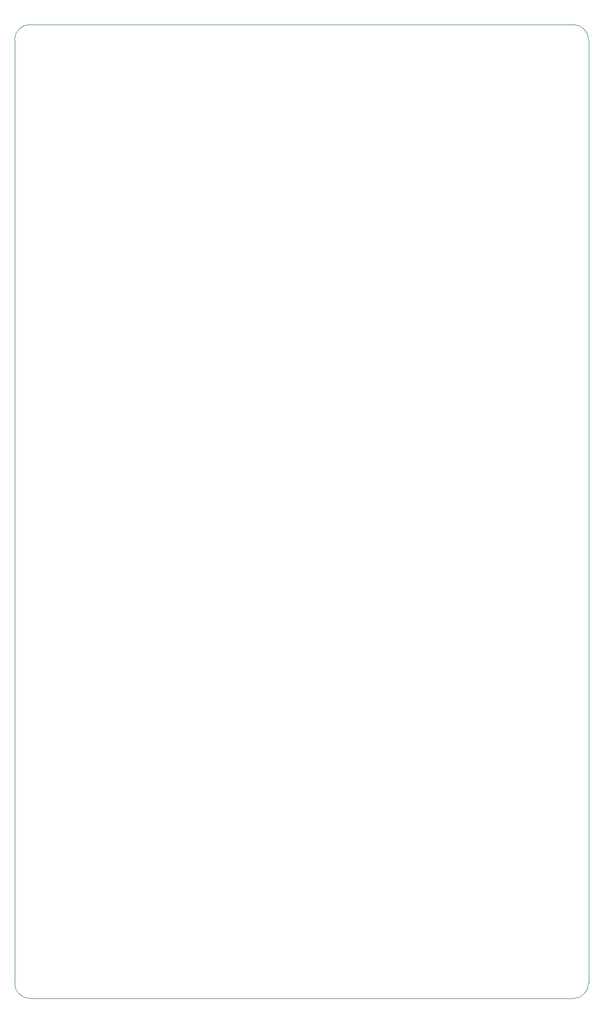
<source format=gm1>
G04 #@! TF.GenerationSoftware,KiCad,Pcbnew,5.1.5-52549c5~84~ubuntu18.04.1*
G04 #@! TF.CreationDate,2020-02-13T16:35:18-05:00*
G04 #@! TF.ProjectId,metropolislefty,6d657472-6f70-46f6-9c69-736c65667479,0*
G04 #@! TF.SameCoordinates,Original*
G04 #@! TF.FileFunction,Profile,NP*
%FSLAX46Y46*%
G04 Gerber Fmt 4.6, Leading zero omitted, Abs format (unit mm)*
G04 Created by KiCad (PCBNEW 5.1.5-52549c5~84~ubuntu18.04.1) date 2020-02-13 16:35:18*
%MOMM*%
%LPD*%
G04 APERTURE LIST*
%ADD10C,0.050000*%
G04 APERTURE END LIST*
D10*
X49212500Y-38893750D02*
G75*
G02X51593750Y-36512500I2381250J0D01*
G01*
X135731250Y-36512500D02*
G75*
G02X138112500Y-38893750I0J-2381250D01*
G01*
X51593750Y-187325000D02*
G75*
G02X49212500Y-184943750I0J2381250D01*
G01*
X138112500Y-184943750D02*
G75*
G02X135731250Y-187325000I-2381250J0D01*
G01*
X138112500Y-184943750D02*
X138112500Y-184150000D01*
X51593750Y-187325000D02*
X135731250Y-187325000D01*
X49212500Y-38893750D02*
X49212500Y-184943750D01*
X135731250Y-36512500D02*
X51593750Y-36512500D01*
X138112500Y-38893750D02*
X138112500Y-184150000D01*
M02*

</source>
